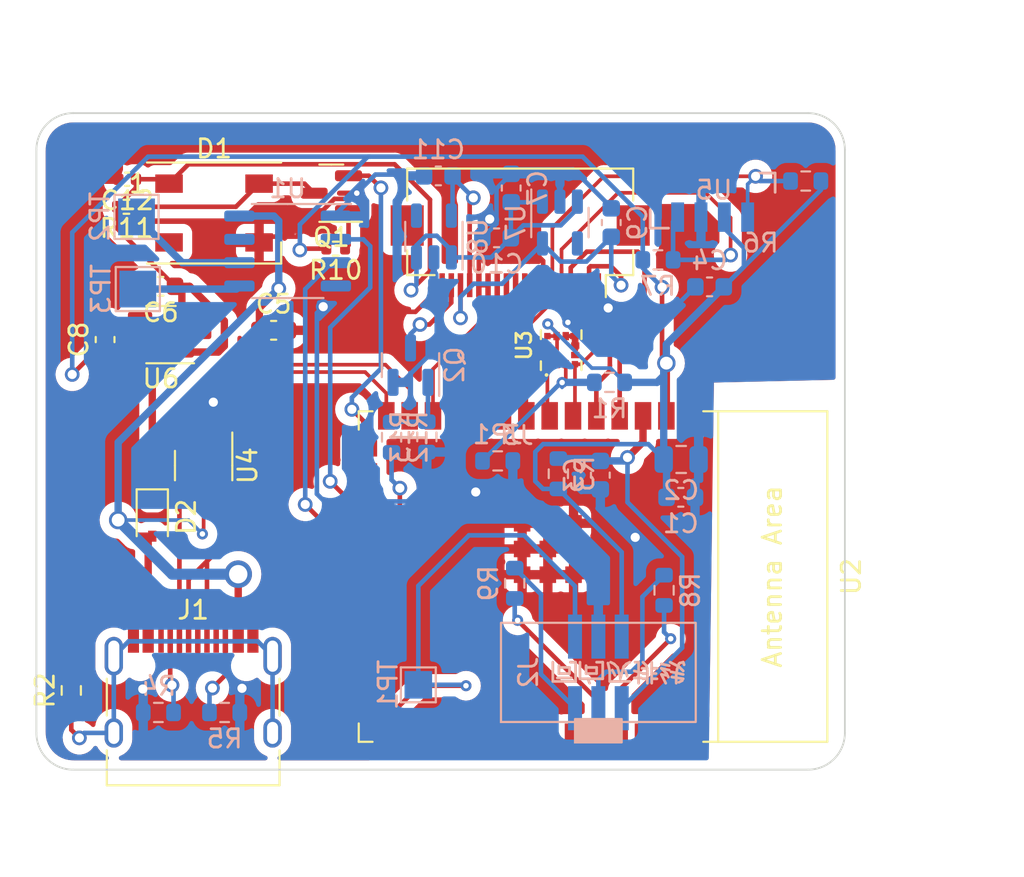
<source format=kicad_pcb>
(kicad_pcb (version 20211014) (generator pcbnew)
  (layers (0 "F.Cu" signal) (31 "B.Cu" signal) (34 "B.Paste" user) (35 "F.Paste" user) (36 "B.SilkS" user "B.Silkscreen") (37 "F.SilkS" user "F.Silkscreen") (38 "B.Mask" user) (39 "F.Mask" user) (44 "Edge.Cuts" user))
  (net 0 "")
  (net 1 "Net-(J2-Pad3)")
  (net 2 "Net-(J2-Pad5)")
  (net 3 "/BOOT")
  (net 5 "Net-(TP2-Pad1)")
  (net 6 "Net-(TP3-Pad1)")
  (net 8 "/U0TX")
  (net 9 "+5V")
  (net 10 "VBUS")
  (net 11 "/EN")
  (net 12 "/LCD_DC")
  (net 13 "/LCD_CS")
  (net 14 "/LCD_SDA")
  (net 15 "/LCD_CLK")
  (net 16 "/D-")
  (net 17 "Net-(D1-Pad4)")
  (net 18 "Net-(Q1-Pad1)")
  (net 19 "/D+")
  (net 20 "/LCD_RESET")
  (net 25 "/RGB_Data")
  (net 28 "/U0RX")
  (net 37 "/KT148A_Busy")
  (net 38 "/KT148A_Data")
  (net 39 "Net-(Q2-Pad1)")
  (net 41 "/BLK")
  (net 42 "GND")
  (net 43 "Net-(JP1-Pad2)")
  (net 44 "+3V3")
  (net 45 "/I2C_SCL")
  (net 46 "/I2C_SDA")
  (net 49 "Net-(J1-PadA5)")
  (net 51 "Net-(J1-PadB5)")
  (net 53 "Net-(J1-PadS1)")
  (net 54 "/LEDK")
  (net 55 "+3V0")
  (net 56 "+1V8")
  (net 57 "/TOUCH_TRST")
  (net 58 "/TOUCH_TINT")
  (footprint "Diode_SMD:D_SOD-323" (layer "F.Cu") (at 178.308 141.986 -90)
    (fp_text reference "D2")
    (fp_text value "D")
  )
  (footprint "Espressif:ESP32-S3-WROOM-1" (layer "F.Cu") (at 199.294 145.234 -90)
    (fp_text reference "U2")
    (fp_text value "ESP32-S3-WROOM-1")
  )
  (footprint "Resistor_SMD:R_0402_1005Metric" (layer "F.Cu") (at 176.9 125.1 180)
    (fp_text reference "R11")
    (fp_text value "10k")
  )
  (footprint "Connector_FFC-FPC:Hirose_FH12-18S-0.5SH_1x18-1MP_P0.50mm_Horizontal" (layer "F.Cu") (at 198.33 127.52 180)
    (fp_text reference "J3")
    (fp_text value "Conn_01x18")
  )
  (footprint "Capacitor_SMD:C_0603_1608Metric" (layer "F.Cu") (at 175.74 132.33 90)
    (fp_text reference "C8")
    (fp_text value "1uf")
  )
  (footprint "LED_SMD:LED_WS2812B_PLCC4_5.0x5.0mm_P3.2mm" (layer "F.Cu") (at 181.67 125.44)
    (fp_text reference "D1")
    (fp_text value "WS2812B")
  )
  (footprint "Package_TO_SOT_SMD:SOT-23-6" (layer "F.Cu") (at 181.102 139.192 -90)
    (fp_text reference "U4")
    (fp_text value "USBLC6-2SC6")
  )
  (footprint "Package_TO_SOT_SMD:SOT-23-5" (layer "F.Cu") (at 178.78 132.06 180)
    (fp_text reference "U6")
    (fp_text value "XC6209")
  )
  (footprint "Package_TO_SOT_SMD:SOT-23" (layer "F.Cu") (at 188.05 124.36 180)
    (fp_text reference "Q1")
    (fp_text value "MMBT3904")
  )
  (footprint "Capacitor_SMD:C_0603_1608Metric" (layer "F.Cu") (at 184.912 131.826)
    (fp_text reference "C5")
    (fp_text value "100nf")
  )
  (footprint "Capacitor_SMD:C_0603_1608Metric" (layer "F.Cu") (at 178.77 129.43 180)
    (fp_text reference "C6")
    (fp_text value "1uf")
  )
  (footprint "LIS2DH12TR:PQFN50P200X200100-12N" (layer "F.Cu") (at 200.56 132.9075 90)
    (fp_text reference "U3")
    (fp_text value "LIS2DH12TR")
  )
  (footprint "Resistor_SMD:R_0402_1005Metric" (layer "F.Cu") (at 188.29 127.38 180)
    (fp_text reference "R10")
    (fp_text value "1.5k")
  )
  (footprint "Connector_USB:USB_C_Receptacle_HRO_TYPE-C-31-M-12" (layer "F.Cu") (at 180.534 152.7)
    (fp_text reference "J1")
    (fp_text value "USB_C_Receptacle_USB2.0")
  )
  (footprint "Resistor_SMD:R_0603_1608Metric" (layer "F.Cu") (at 173.9 151.436 90)
    (fp_text reference "R2")
    (fp_text value "0")
  )
  (footprint "Capacitor_SMD:C_0402_1005Metric" (layer "F.Cu") (at 176.94 123.6 180)
    (fp_text reference "C12")
    (fp_text value "0.1uF")
  )
  (footprint "TestPoint:TestPoint_Pad_2.0x2.0mm" (layer "B.Cu") (at 177.45 125.65 -90)
    (fp_text reference "TP2")
    (fp_text value "TestPoint")
  )
  (footprint "Resistor_SMD:R_0603_1608Metric" (layer "B.Cu") (at 198.032 145.601 -90)
    (fp_text reference "R9")
    (fp_text value "0")
  )
  (footprint "Package_TO_SOT_SMD:SOT-23-5" (layer "B.Cu") (at 200.491738 125.958 -90)
    (fp_text reference "U7")
    (fp_text value "XC6209")
  )
  (footprint "Resistor_SMD:R_0603_1608Metric" (layer "B.Cu") (at 203.19 134.66)
    (fp_text reference "R1")
    (fp_text value "100k")
  )
  (footprint "Resistor_SMD:R_0603_1608Metric" (layer "B.Cu") (at 213.868 123.698 180)
    (fp_text reference "R6")
    (fp_text value "3.3k")
  )
  (footprint "Resistor_SMD:R_0603_1608Metric" (layer "B.Cu") (at 200.406 139.637 90)
    (fp_text reference "R3")
    (fp_text value "10k")
  )
  (footprint "Resistor_SMD:R_0603_1608Metric" (layer "B.Cu") (at 193.25 137.63 -90)
    (fp_text reference "R13")
    (fp_text value "1M")
  )
  (footprint "Resistor_SMD:R_0603_1608Metric" (layer "B.Cu") (at 178.64 152.636 180)
    (fp_text reference "R4")
    (fp_text value "5.1k")
  )
  (footprint "Capacitor_SMD:C_0603_1608Metric" (layer "B.Cu") (at 197.045 126.79)
    (fp_text reference "C10")
    (fp_text value "1uf")
  )
  (footprint "Resistor_SMD:R_0603_1608Metric" (layer "B.Cu") (at 205.825738 127.99)
    (fp_text reference "R7")
    (fp_text value "3.3k")
  )
  (footprint "TestPoint:TestPoint_Pad_1.5x1.5mm" (layer "B.Cu") (at 192.786 151.13 -90)
    (fp_text reference "TP1")
    (fp_text value "TestPoint")
  )
  (footprint "Package_TO_SOT_SMD:SOT-23-5" (layer "B.Cu") (at 193.633738 126.72 90)
    (fp_text reference "U8")
    (fp_text value "LP5907MFX-1.8")
  )
  (footprint "Package_TO_SOT_SMD:SOT-23" (layer "B.Cu") (at 192.36 133.721762 90)
    (fp_text reference "Q2")
    (fp_text value "2N7002")
  )
  (footprint "Package_SO:SOP-8_3.9x4.9mm_P1.27mm" (layer "B.Cu") (at 185.674 127.508 180)
    (fp_text reference "U1")
    (fp_text value "KT148A")
  )
  (footprint "Resistor_SMD:R_0603_1608Metric" (layer "B.Cu") (at 206.16 145.983 90)
    (fp_text reference "R8")
    (fp_text value "0")
  )
  (footprint "KisonNew:IDC_1.27mm_6P" (layer "B.Cu") (at 202.584 150.454)
    (fp_text reference "J2")
    (fp_text value "ESPProgUART_RX")
  )
  (footprint "Resistor_SMD:R_0603_1608Metric" (layer "B.Cu") (at 191.33 137.65 90)
    (fp_text reference "R12")
    (fp_text value "10k")
  )
  (footprint "KisonNew:VEML7700" (layer "B.Cu") (at 208.873738 124.688 180)
    (fp_text reference "U5")
    (fp_text value "VEML7700")
  )
  (footprint "Capacitor_SMD:C_0805_2012Metric" (layer "B.Cu") (at 207.09 138.86)
    (fp_text reference "C2")
    (fp_text value "10uf")
  )
  (footprint "Capacitor_SMD:C_0603_1608Metric" (layer "B.Cu") (at 193.874738 123.418 180)
    (fp_text reference "C11")
    (fp_text value "1uf")
  )
  (footprint "Capacitor_SMD:C_0603_1608Metric" (layer "B.Cu") (at 207.07 140.92)
    (fp_text reference "C1")
    (fp_text value "100nf")
  )
  (footprint "Capacitor_SMD:C_0603_1608Metric" (layer "B.Cu") (at 202.692 139.713 -90)
    (fp_text reference "C3")
    (fp_text value "1uf")
  )
  (footprint "Capacitor_SMD:C_0603_1608Metric" (layer "B.Cu") (at 203.285738 125.958 90)
    (fp_text reference "C9")
    (fp_text value "1uf")
  )
  (footprint "Capacitor_SMD:C_0603_1608Metric" (layer "B.Cu") (at 208.635 129.46 180)
    (fp_text reference "C4")
    (fp_text value "0.1uF")
  )
  (footprint "TestPoint:TestPoint_Pad_2.0x2.0mm" (layer "B.Cu") (at 177.52 129.58 -90)
    (fp_text reference "TP3")
    (fp_text value "TestPoint")
  )
  (footprint "Resistor_SMD:R_0603_1608Metric" (layer "B.Cu") (at 197.104 138.938 180)
    (fp_text reference "JP1")
    (fp_text value "Jumper")
  )
  (footprint "Capacitor_SMD:C_0603_1608Metric" (layer "B.Cu") (at 197.84 124.08 90)
    (fp_text reference "C7")
    (fp_text value "1uf")
  )
  (footprint "Resistor_SMD:R_0603_1608Metric" (layer "B.Cu") (at 182.245 152.636)
    (fp_text reference "R5")
    (fp_text value "5.1k")
  )
  (gr_arc (start 174 155.750001) (mid 172.585786 155.164215) (end 172 153.750001) (layer "Edge.Cuts") (width 0.1))
  (gr_arc (start 214 119.999999) (mid 215.414214 120.585785) (end 216 121.999999) (layer "Edge.Cuts") (width 0.1))
  (gr_line (start 174 120) (end 214 119.999999) (layer "Edge.Cuts") (width 0.1))
  (gr_line (start 172 122) (end 172 153.750001) (layer "Edge.Cuts") (width 0.1))
  (gr_arc (start 172 122) (mid 172.585786 120.585786) (end 174 120) (layer "Edge.Cuts") (width 0.1))
  (gr_arc (start 216 153.75) (mid 215.414214 155.164214) (end 214 155.75) (layer "Edge.Cuts") (width 0.1))
  (gr_line (start 216 121.999999) (end 216 153.75) (layer "Edge.Cuts") (width 0.1))
  (gr_line (start 174 155.750001) (end 214 155.75) (layer "Edge.Cuts") (width 0.1))
  (segment (start 204.98 146.338) (end 204.98 149.83) (width 0.25) (layer "B.Cu") (net 1))
  (segment (start 204.39 150.42) (end 203.01 150.42) (width 0.25) (layer "B.Cu") (net 1))
  (segment (start 204.98 149.83) (end 204.39 150.42) (width 0.25) (layer "B.Cu") (net 1))
  (segment (start 206.16 145.158) (end 204.98 146.338) (width 0.25) (layer "B.Cu") (net 1))
  (segment (start 202.584 150.846) (end 202.584 152.404) (width 0.25) (layer "B.Cu") (net 1))
  (segment (start 203.01 150.42) (end 202.584 150.846) (width 0.25) (layer "B.Cu") (net 1))
  (segment (start 199.46 146.204) (end 199.46 150.55) (width 0.25) (layer "B.Cu") (net 2))
  (segment (start 199.46 150.55) (end 201.314 152.404) (width 0.25) (layer "B.Cu") (net 2))
  (segment (start 198.032 144.776) (end 199.46 146.204) (width 0.25) (layer "B.Cu") (net 2))
  (segment (start 192.848 151.18) (end 195.38 151.18) (width 0.25) (layer "F.Cu") (net 3))
  (segment (start 191.044 153.984) (end 191.044 152.984) (width 0.25) (layer "F.Cu") (net 3))
  (segment (start 195.38 151.18) (end 195.55 151.18) (width 0.25) (layer "F.Cu") (net 3))
  (segment (start 191.044 152.984) (end 192.848 151.18) (width 0.25) (layer "F.Cu") (net 3))
  (via (at 195.38 151.18) (size 0.6) (drill 0.3) (layers "F.Cu" "B.Cu") (net 3))
  (segment (start 201.314 148.504) (end 201.314 145.764) (width 0.25) (layer "B.Cu") (net 3))
  (segment (start 192.786 151.13) (end 195.33 151.13) (width 0.25) (layer "B.Cu") (net 3))
  (segment (start 198.54 142.99) (end 195.54 142.99) (width 0.25) (layer "B.Cu") (net 3))
  (segment (start 195.54 142.99) (end 192.786 145.744) (width 0.25) (layer "B.Cu") (net 3))
  (segment (start 195.33 151.13) (end 195.38 151.18) (width 0.25) (layer "B.Cu") (net 3))
  (segment (start 192.786 145.744) (end 192.786 151.13) (width 0.25) (layer "B.Cu") (net 3))
  (segment (start 201.314 145.764) (end 198.54 142.99) (width 0.25) (layer "B.Cu") (net 3))
  (segment (start 183.049 128.143) (end 179.943 128.143) (width 0.4) (layer "B.Cu") (net 5))
  (segment (start 179.943 128.143) (end 177.45 125.65) (width 0.4) (layer "B.Cu") (net 5))
  (segment (start 183.049 129.413) (end 182.882 129.58) (width 0.4) (layer "B.Cu") (net 6))
  (segment (start 182.882 129.58) (end 177.52 129.58) (width 0.4) (layer "B.Cu") (net 6))
  (segment (start 203.744 151.396) (end 206.52 148.62) (width 0.25) (layer "F.Cu") (net 8))
  (segment (start 203.744 153.984) (end 203.744 151.396) (width 0.25) (layer "F.Cu") (net 8))
  (via (at 206.52 148.62) (size 0.6) (drill 0.3) (layers "F.Cu" "B.Cu") (net 8))
  (segment (start 206.16 148.26) (end 206.52 148.62) (width 0.25) (layer "B.Cu") (net 8))
  (segment (start 206.16 146.808) (end 206.16 148.26) (width 0.25) (layer "B.Cu") (net 8))
  (segment (start 193.42 124.71) (end 193.42 128.61) (width 0.25) (layer "F.Cu") (net 9))
  (segment (start 191.495 122.785) (end 193.42 124.71) (width 0.25) (layer "F.Cu") (net 9))
  (segment (start 176.39 125.1) (end 177.42 124.07) (width 0.25) (layer "F.Cu") (net 9))
  (segment (start 179.9175 133.01) (end 181.9 133.01) (width 0.4) (layer "F.Cu") (net 9))
  (segment (start 180.275 122.785) (end 191.495 122.785) (width 0.25) (layer "F.Cu") (net 9))
  (segment (start 179.22 123.84) (end 180.275 122.785) (width 0.25) (layer "F.Cu") (net 9))
  (segment (start 178.98 123.6) (end 179.22 123.84) (width 0.25) (layer "F.Cu") (net 9))
  (segment (start 181.9 133.01) (end 182.23 132.68) (width 0.4) (layer "F.Cu") (net 9))
  (segment (start 178.308 134.6195) (end 179.9175 133.01) (width 0.4) (layer "F.Cu") (net 9))
  (segment (start 179.545 129.43) (end 176.39 126.275) (width 0.25) (layer "F.Cu") (net 9))
  (segment (start 182.23 131.32) (end 180.34 129.43) (width 0.4) (layer "F.Cu") (net 9))
  (segment (start 177.42 124.07) (end 177.42 123.6) (width 0.25) (layer "F.Cu") (net 9))
  (segment (start 178.308 140.936) (end 178.308 134.6195) (width 0.4) (layer "F.Cu") (net 9))
  (segment (start 193.42 128.61) (end 192.39 129.64) (width 0.25) (layer "F.Cu") (net 9))
  (segment (start 179.9175 129.8025) (end 179.545 129.43) (width 0.4) (layer "F.Cu") (net 9))
  (segment (start 177.42 123.6) (end 178.98 123.6) (width 0.25) (layer "F.Cu") (net 9))
  (segment (start 179.9175 131.11) (end 179.9175 129.8025) (width 0.4) (layer "F.Cu") (net 9))
  (segment (start 182.23 132.68) (end 182.23 131.32) (width 0.4) (layer "F.Cu") (net 9))
  (segment (start 176.39 126.275) (end 176.39 125.1) (width 0.25) (layer "F.Cu") (net 9))
  (segment (start 180.34 129.43) (end 179.545 129.43) (width 0.4) (layer "F.Cu") (net 9))
  (via (at 192.39 129.64) (size 0.8) (drill 0.5) (layers "F.Cu" "B.Cu") (net 9))
  (segment (start 199.507238 124.855) (end 199.541738 124.8205) (width 0.25) (layer "B.Cu") (net 9))
  (segment (start 197.82 126.79) (end 197.82 124.875) (width 0.25) (layer "B.Cu") (net 9))
  (segment (start 196.7525 127.8575) (end 194.583738 127.8575) (width 0.25) (layer "B.Cu") (net 9))
  (segment (start 200.538489 126.108) (end 198.502 126.108) (width 0.25) (layer "B.Cu") (net 9))
  (segment (start 201.441738 124.8205) (end 201.441738 125.204751) (width 0.25) (layer "B.Cu") (net 9))
  (segment (start 197.84 124.855) (end 199.507238 124.855) (width 0.25) (layer "B.Cu") (net 9))
  (segment (start 192.683738 127.206262) (end 192.683738 127.8575) (width 0.25) (layer "B.Cu") (net 9))
  (segment (start 197.82 126.79) (end 196.7525 127.8575) (width 0.25) (layer "B.Cu") (net 9))
  (segment (start 194.583738 127.473249) (end 193.790489 126.68) (width 0.25) (layer "B.Cu") (net 9))
  (segment (start 197.82 124.875) (end 197.84 124.855) (width 0.25) (layer "B.Cu") (net 9))
  (segment (start 198.502 126.108) (end 197.82 126.79) (width 0.25) (layer "B.Cu") (net 9))
  (segment (start 192.683738 127.8575) (end 192.683738 129.346262) (width 0.25) (layer "B.Cu") (net 9))
  (segment (start 192.683738 129.346262) (end 192.39 129.64) (width 0.25) (layer "B.Cu") (net 9))
  (segment (start 193.21 126.68) (end 192.683738 127.206262) (width 0.25) (layer "B.Cu") (net 9))
  (segment (start 194.583738 127.8575) (end 194.583738 127.473249) (width 0.25) (layer "B.Cu") (net 9))
  (segment (start 201.441738 125.204751) (end 200.538489 126.108) (width 0.25) (layer "B.Cu") (net 9))
  (segment (start 193.790489 126.68) (end 193.21 126.68) (width 0.25) (layer "B.Cu") (net 9))
  (segment (start 178.31 143.038) (end 178.308 143.036) (width 0.4) (layer "F.Cu") (net 10))
  (segment (start 178.084 143.26) (end 178.308 143.036) (width 0.4) (layer "F.Cu") (net 10))
  (segment (start 178.084 148.655) (end 178.084 143.26) (width 0.4) (layer "F.Cu") (net 10))
  (segment (start 184.137 131.826) (end 184.137 130.603) (width 0.4) (layer "F.Cu") (net 10))
  (segment (start 178.308 143.036) (end 177.326 143.036) (width 0.4) (layer "F.Cu") (net 10))
  (segment (start 181.102 142.848) (end 181.035 142.915) (width 0.2) (layer "F.Cu") (net 10))
  (segment (start 181.035 142.915) (end 180.98 142.97) (width 0.2) (layer "F.Cu") (net 10))
  (segment (start 184.137 130.603) (end 185.19 129.55) (width 0.4) (layer "F.Cu") (net 10))
  (segment (start 181.102 140.3295) (end 181.102 142.848) (width 0.2) (layer "F.Cu") (net 10))
  (segment (start 177.326 143.036) (end 176.45 142.16) (width 0.4) (layer "F.Cu") (net 10))
  (segment (start 182.984 148.655) (end 182.984 145.106) (width 0.4) (layer "F.Cu") (net 10))
  (via (at 185.19 129.55) (size 0.8) (drill 0.5) (layers "F.Cu" "B.Cu") (net 10))
  (via (at 182.984 145.106) (size 1.5) (drill 1) (layers "F.Cu" "B.Cu") (net 10))
  (via (at 181.035 142.915) (size 0.6) (drill 0.3) (layers "F.Cu" "B.Cu") (net 10))
  (via (at 176.45 142.16) (size 1) (drill 0.7) (layers "F.Cu" "B.Cu") (net 10))
  (segment (start 176.45 137.93) (end 176.45 142.16) (width 0.4) (layer "B.Cu") (net 10))
  (segment (start 185.19 129.55) (end 185.19 125.87) (width 0.4) (layer "B.Cu") (net 10))
  (segment (start 180.28 142.16) (end 176.45 142.16) (width 0.2) (layer "B.Cu") (net 10))
  (segment (start 181.035 142.915) (end 180.28 142.16) (width 0.2) (layer "B.Cu") (net 10))
  (segment (start 184.09 130.29) (end 176.45 137.93) (width 0.4) (layer "B.Cu") (net 10))
  (segment (start 184.45 130.29) (end 184.09 130.29) (width 0.4) (layer "B.Cu") (net 10))
  (segment (start 184.923 125.603) (end 183.049 125.603) (width 0.4) (layer "B.Cu") (net 10))
  (segment (start 185.19 125.87) (end 184.923 125.603) (width 0.4) (layer "B.Cu") (net 10))
  (segment (start 179.396 145.106) (end 182.984 145.106) (width 0.6) (layer "B.Cu") (net 10))
  (segment (start 176.45 142.16) (end 179.396 145.106) (width 0.6) (layer "B.Cu") (net 10))
  (segment (start 185.19 129.55) (end 184.45 130.29) (width 0.4) (layer "B.Cu") (net 10))
  (segment (start 205.014 137.906) (end 204.17 138.75) (width 0.4) (layer "F.Cu") (net 11))
  (segment (start 205.014 136.484) (end 205.014 137.906) (width 0.4) (layer "F.Cu") (net 11))
  (via (at 204.17 138.75) (size 0.8) (drill 0.5) (layers "F.Cu" "B.Cu") (net 11))
  (segment (start 204.17 141.19) (end 204.17 138.75) (width 0.25) (layer "B.Cu") (net 11))
  (segment (start 202.566 138.812) (end 202.692 138.938) (width 0.4) (layer "B.Cu") (net 11))
  (segment (start 207.145 144.165) (end 204.17 141.19) (width 0.25) (layer "B.Cu") (net 11))
  (segment (start 203.982 138.938) (end 204.17 138.75) (width 0.4) (layer "B.Cu") (net 11))
  (segment (start 203.854 152.404) (end 207.145 149.113) (width 0.25) (layer "B.Cu") (net 11))
  (segment (start 207.145 149.113) (end 207.145 144.165) (width 0.25) (layer "B.Cu") (net 11))
  (segment (start 200.406 138.812) (end 202.566 138.812) (width 0.4) (layer "B.Cu") (net 11))
  (segment (start 202.692 138.938) (end 203.982 138.938) (width 0.4) (layer "B.Cu") (net 11))
  (segment (start 197.08 129.37) (end 197.08 130.441573) (width 0.2) (layer "F.Cu") (net 12))
  (segment (start 193.584 133.937573) (end 193.584 136.484) (width 0.2) (layer "F.Cu") (net 12))
  (segment (start 197.08 130.441573) (end 193.584 133.937573) (width 0.2) (layer "F.Cu") (net 12))
  (segment (start 194.854 133.233258) (end 197.183629 130.903629) (width 0.2) (layer "F.Cu") (net 13))
  (segment (start 197.58 129.37) (end 197.58 130.507258) (width 0.2) (layer "F.Cu") (net 13))
  (segment (start 197.183629 130.903629) (end 197.09 130.997259) (width 0.2) (layer "F.Cu") (net 13))
  (segment (start 194.854 136.484) (end 194.854 133.233258) (width 0.2) (layer "F.Cu") (net 13))
  (segment (start 197.58 130.507258) (end 197.183629 130.903629) (width 0.2) (layer "F.Cu") (net 13))
  (segment (start 197.89 133.36) (end 197.394 133.856) (width 0.2) (layer "F.Cu") (net 14))
  (segment (start 198.58 130.638628) (end 197.89 131.328629) (width 0.2) (layer "F.Cu") (net 14))
  (segment (start 198.58 129.37) (end 198.58 130.638628) (width 0.2) (layer "F.Cu") (net 14))
  (segment (start 197.89 131.328629) (end 197.89 133.36) (width 0.2) (layer "F.Cu") (net 14))
  (segment (start 197.394 133.856) (end 197.394 136.484) (width 0.2) (layer "F.Cu") (net 14))
  (segment (start 198.08 130.572942) (end 197.49 131.162944) (width 0.2) (layer "F.Cu") (net 15))
  (segment (start 197.49 133.19) (end 196.124 134.556) (width 0.2) (layer "F.Cu") (net 15))
  (segment (start 197.49 131.162944) (end 197.49 133.19) (width 0.2) (layer "F.Cu") (net 15))
  (segment (start 198.08 129.37) (end 198.08 130.572942) (width 0.2) (layer "F.Cu") (net 15))
  (segment (start 196.124 134.556) (end 196.124 136.484) (width 0.2) (layer "F.Cu") (net 15))
  (segment (start 180.152 136.038) (end 182.49 133.7) (width 0.2) (layer "F.Cu") (net 16))
  (segment (start 182.49 133.7) (end 191 133.7) (width 0.2) (layer "F.Cu") (net 16))
  (segment (start 180.152 138.0545) (end 180.152 136.038) (width 0.2) (layer "F.Cu") (net 16))
  (segment (start 179.784 148.655) (end 179.784 149.71) (width 0.25) (layer "F.Cu") (net 16))
  (segment (start 179.784 148.655) (end 179.784 140.6975) (width 0.25) (layer "F.Cu") (net 16))
  (segment (start 179.784 140.6975) (end 180.152 140.3295) (width 0.25) (layer "F.Cu") (net 16))
  (segment (start 192.314 135.014) (end 192.314 136.484) (width 0.2) (layer "F.Cu") (net 16))
  (segment (start 180.784 149.67) (end 180.398 150.056) (width 0.25) (layer "F.Cu") (net 16))
  (segment (start 191 133.7) (end 192.314 135.014) (width 0.2) (layer "F.Cu") (net 16))
  (segment (start 180.398 150.056) (end 180.13 150.056) (width 0.25) (layer "F.Cu") (net 16))
  (segment (start 180.152 140.3295) (end 180.152 138.0545) (width 0.25) (layer "F.Cu") (net 16))
  (segment (start 179.784 149.71) (end 180.13 150.056) (width 0.25) (layer "F.Cu") (net 16))
  (segment (start 180.784 148.655) (end 180.784 149.67) (width 0.25) (layer "F.Cu") (net 16))
  (segment (start 184.12 123.84) (end 182.86 125.1) (width 0.25) (layer "F.Cu") (net 17))
  (segment (start 184.12 123.84) (end 186.5925 123.84) (width 0.25) (layer "F.Cu") (net 17))
  (segment (start 186.5925 123.84) (end 187.1125 124.36) (width 0.25) (layer "F.Cu") (net 17))
  (segment (start 182.86 125.1) (end 177.41 125.1) (width 0.25) (layer "F.Cu") (net 17))
  (segment (start 188.9875 125.31) (end 188.9875 127.1925) (width 0.25) (layer "F.Cu") (net 18))
  (segment (start 188.9875 127.1925) (end 188.8 127.38) (width 0.25) (layer "F.Cu") (net 18))
  (segment (start 184.34 134.1) (end 182.052 136.388) (width 0.2) (layer "F.Cu") (net 19))
  (segment (start 181.284 144.396) (end 182.052 143.628) (width 0.25) (layer "F.Cu") (net 19))
  (segment (start 180.284 145.396) (end 181.285 144.395) (width 0.25) (layer "F.Cu") (net 19))
  (segment (start 181.284 148.655) (end 181.284 144.396) (width 0.25) (layer "F.Cu") (net 19))
  (segment (start 189.89 134.1) (end 184.34 134.1) (width 0.2) (layer "F.Cu") (net 19))
  (segment (start 191.044 135.254) (end 189.89 134.1) (width 0.2) (layer "F.Cu") (net 19))
  (segment (start 180.284 148.655) (end 180.284 145.396) (width 0.25) (layer "F.Cu") (net 19))
  (segment (start 181.285 144.395) (end 181.51 144.17) (width 0.25) (layer "F.Cu") (net 19))
  (segment (start 191.044 136.484) (end 191.044 135.254) (width 0.2) (layer "F.Cu") (net 19))
  (segment (start 182.052 138.0545) (end 182.052 140.3295) (width 0.2) (layer "F.Cu") (net 19))
  (segment (start 182.052 141.298) (end 182.052 140.3295) (width 0.25) (layer "F.Cu") (net 19))
  (segment (start 181.285 144.395) (end 182.052 143.628) (width 0.25) (layer "F.Cu") (net 19))
  (segment (start 182.052 143.628) (end 182.052 140.3295) (width 0.25) (layer "F.Cu") (net 19))
  (segment (start 182.052 136.388) (end 182.052 138.0545) (width 0.2) (layer "F.Cu") (net 19))
  (segment (start 199.08 130.704314) (end 198.29 131.494314) (width 0.2) (layer "F.Cu") (net 20))
  (segment (start 199.08 129.37) (end 199.08 130.704314) (width 0.2) (layer "F.Cu") (net 20))
  (segment (start 198.29 131.494314) (end 198.29 133.325686) (width 0.2) (layer "F.Cu") (net 20))
  (segment (start 198.664 133.746) (end 198.687157 133.722843) (width 0.2) (layer "F.Cu") (net 20))
  (segment (start 198.664 136.484) (end 198.664 133.746) (width 0.2) (layer "F.Cu") (net 20))
  (segment (start 198.29 133.325686) (end 198.687157 133.722843) (width 0.2) (layer "F.Cu") (net 20))
  (segment (start 188.9875 123.41) (end 190.09 123.41) (width 0.25) (layer "F.Cu") (net 25))
  (segment (start 189.794 138.249) (end 189.794 136.754) (width 0.25) (layer "F.Cu") (net 25))
  (segment (start 190.09 123.41) (end 190.75 124.07) (width 0.25) (layer "F.Cu") (net 25))
  (segment (start 189.794 136.754) (end 189.17 136.13) (width 0.25) (layer "F.Cu") (net 25))
  (via (at 190.75 124.07) (size 0.8) (drill 0.5) (layers "F.Cu" "B.Cu") (net 25))
  (via (at 189.17 136.13) (size 0.8) (drill 0.5) (layers "F.Cu" "B.Cu") (net 25))
  (segment (start 190.75 133.910011) (end 190.75 124.07) (width 0.25) (layer "B.Cu") (net 25))
  (segment (start 189.17 136.13) (end 189.17 135.490011) (width 0.25) (layer "B.Cu") (net 25))
  (segment (start 189.17 135.490011) (end 190.75 133.910011) (width 0.25) (layer "B.Cu") (net 25))
  (segment (start 202.474 153.984) (end 202.474 151.904) (width 0.25) (layer "F.Cu") (net 28))
  (segment (start 202.474 151.904) (end 198.19 147.62) (width 0.25) (layer "F.Cu") (net 28))
  (segment (start 198.19 147.62) (end 198.15 147.58) (width 0.25) (layer "F.Cu") (net 28))
  (via (at 198.19 147.62) (size 0.6) (drill 0.3) (layers "F.Cu" "B.Cu") (net 28))
  (segment (start 198.032 146.426) (end 198.032 147.462) (width 0.25) (layer "B.Cu") (net 28))
  (segment (start 198.032 147.462) (end 198.19 147.62) (width 0.25) (layer "B.Cu") (net 28))
  (segment (start 188.729 140.789) (end 187.99 140.05) (width 0.25) (layer "F.Cu") (net 37))
  (segment (start 189.794 140.789) (end 188.729 140.789) (width 0.25) (layer "F.Cu") (net 37))
  (via (at 187.99 140.05) (size 0.8) (drill 0.5) (layers "F.Cu" "B.Cu") (net 37))
  (segment (start 187.99 140.05) (end 187.99 131.67) (width 0.25) (layer "B.Cu") (net 37))
  (segment (start 189.793 126.873) (end 188.299 126.873) (width 0.25) (layer "B.Cu") (net 37))
  (segment (start 190.17 127.25) (end 189.793 126.873) (width 0.25) (layer "B.Cu") (net 37))
  (segment (start 187.99 131.67) (end 190.17 129.49) (width 0.25) (layer "B.Cu") (net 37))
  (segment (start 190.17 129.49) (end 190.17 127.25) (width 0.25) (layer "B.Cu") (net 37))
  (segment (start 187.379 142.059) (end 186.63 141.31) (width 0.25) (layer "F.Cu") (net 38))
  (segment (start 189.794 142.059) (end 187.379 142.059) (width 0.25) (layer "F.Cu") (net 38))
  (via (at 186.63 141.31) (size 0.8) (drill 0.5) (layers "F.Cu" "B.Cu") (net 38))
  (segment (start 188.072249 128.143) (end 186.63 129.585249) (width 0.25) (layer "B.Cu") (net 38))
  (segment (start 186.63 129.585249) (end 186.63 141.31) (width 0.25) (layer "B.Cu") (net 38))
  (segment (start 188.299 128.143) (end 188.072249 128.143) (width 0.25) (layer "B.Cu") (net 38))
  (segment (start 191.35 136.805) (end 191.33 136.825) (width 0.25) (layer "B.Cu") (net 39))
  (segment (start 193.25 136.805) (end 191.35 136.805) (width 0.25) (layer "B.Cu") (net 39))
  (segment (start 193.31 136.745) (end 193.25 136.805) (width 0.25) (layer "B.Cu") (net 39))
  (segment (start 193.31 134.659262) (end 193.31 136.745) (width 0.25) (layer "B.Cu") (net 39))
  (segment (start 189.794 143.329) (end 191.121 143.329) (width 0.25) (layer "F.Cu") (net 41))
  (segment (start 191.78 142.67) (end 191.78 140.42) (width 0.25) (layer "F.Cu") (net 41))
  (segment (start 191.121 143.329) (end 191.74 142.71) (width 0.25) (layer "F.Cu") (net 41))
  (segment (start 191.74 142.71) (end 191.78 142.67) (width 0.25) (layer "F.Cu") (net 41))
  (via (at 191.78 140.42) (size 0.8) (drill 0.5) (layers "F.Cu" "B.Cu") (net 41))
  (segment (start 191.33 138.475) (end 191.33 139.97) (width 0.25) (layer "B.Cu") (net 41))
  (segment (start 191.33 139.97) (end 191.78 140.42) (width 0.25) (layer "B.Cu") (net 41))
  (segment (start 196.08 126.36) (end 196.67 125.77) (width 0.25) (layer "F.Cu") (net 42))
  (segment (start 199.58 129.37) (end 199.58 128.05) (width 0.25) (layer "F.Cu") (net 42))
  (segment (start 177.284 148.655) (end 177.284 147.644) (width 0.4) (layer "F.Cu") (net 42))
  (segment (start 203.12 130.61) (end 203.15 130.64) (width 0.25) (layer "F.Cu") (net 42))
  (segment (start 181.102 138.0545) (end 181.102 136.268) (width 0.25) (layer "F.Cu") (net 42))
  (segment (start 200.81 132.1425) (end 201.31 132.1425) (width 0.2) (layer "F.Cu") (net 42))
  (segment (start 176.15 146.51) (end 174.95 146.51) (width 0.4) (layer "F.Cu") (net 42))
  (segment (start 196.58 129.37) (end 196.08 129.37) (width 0.25) (layer "F.Cu") (net 42))
  (segment (start 184.12 127.04) (end 184.435 126.725) (width 0.25) (layer "F.Cu") (net 42))
  (segment (start 201.31 132.1425) (end 201.31 132.6425) (width 0.2) (layer "F.Cu") (net 42))
  (segment (start 201.31 132.6425) (end 201.325 132.6575) (width 0.2) (layer "F.Cu") (net 42))
  (segment (start 202.58 129.37) (end 202.58 130.07) (width 0.25) (layer "F.Cu") (net 42))
  (segment (start 196.08 129.37) (end 196.08 126.36) (width 0.25) (layer "F.Cu") (net 42))
  (segment (start 189.95 130.82) (end 189.4 131.37) (width 0.25) (layer "F.Cu") (net 42))
  (segment (start 201.31 132.1425) (end 201.31 131.78) (width 0.2) (layer "F.Cu") (net 42))
  (segment (start 192.63 130.82) (end 189.95 130.82) (width 0.25) (layer "F.Cu") (net 42))
  (segment (start 189.02 124.67) (end 189.26 124.43) (width 0.25) (layer "F.Cu") (net 42))
  (segment (start 186.163249 126.725) (end 188.218249 124.67) (width 0.25) (layer "F.Cu") (net 42))
  (segment (start 181.102 136.268) (end 181.63 135.74) (width 0.25) (layer "F.Cu") (net 42))
  (segment (start 200.925 131.395) (end 200.89 131.36) (width 0.2) (layer "F.Cu") (net 42))
  (segment (start 202.58 130.07) (end 203.12 130.61) (width 0.25) (layer "F.Cu") (net 42))
  (segment (start 201.325 132.6575) (end 201.325 133.1475) (width 0.2) (layer "F.Cu") (net 42))
  (segment (start 176.245 132.06) (end 175.74 131.555) (width 0.4) (layer "F.Cu") (net 42))
  (segment (start 179.9175 132.06) (end 176.245 132.06) (width 0.4) (layer "F.Cu") (net 42))
  (segment (start 199.58 128.05) (end 198.8 127.27) (width 0.25) (layer "F.Cu") (net 42))
  (segment (start 194.08 129.37) (end 192.63 130.82) (width 0.25) (layer "F.Cu") (net 42))
  (segment (start 174.95 146.51) (end 173.9 147.56) (width 0.4) (layer "F.Cu") (net 42))
  (segment (start 188.218249 124.67) (end 189.02 124.67) (width 0.25) (layer "F.Cu") (net 42))
  (segment (start 173.9 147.56) (end 173.9 150.611) (width 0.4) (layer "F.Cu") (net 42))
  (segment (start 183.784 148.655) (end 183.784 147.566) (width 0.25) (layer "F.Cu") (net 42))
  (segment (start 201.31 131.78) (end 200.925 131.395) (width 0.2) (layer "F.Cu") (net 42))
  (segment (start 183.784 148.655) (end 183.784 147.616) (width 0.4) (layer "F.Cu") (net 42))
  (segment (start 183.784 147.616) (end 185.55 145.85) (width 0.4) (layer "F.Cu") (net 42))
  (segment (start 183.784 147.566) (end 185.09 146.26) (width 0.25) (layer "F.Cu") (net 42))
  (segment (start 177.284 147.644) (end 176.15 146.51) (width 0.4) (layer "F.Cu") (net 42))
  (segment (start 184.435 126.725) (end 186.163249 126.725) (width 0.25) (layer "F.Cu") (net 42))
  (via (at 183.19 151.32) (size 0.8) (drill 0.5) (layers "F.Cu" "B.Cu") (net 42))
  (via (at 203.12 130.61) (size 0.8) (drill 0.5) (layers "F.Cu" "B.Cu") (net 42))
  (via (at 204.59 143.1) (size 0.8) (drill 0.5) (layers "F.Cu" "B.Cu") (net 42))
  (via (at 181.63 135.74) (size 0.8) (drill 0.5) (layers "F.Cu" "B.Cu") (net 42))
  (via (at 196.67 125.77) (size 0.8) (drill 0.5) (layers "F.Cu" "B.Cu") (net 42))
  (via (at 187.61 130.54) (size 0.8) (drill 0.5) (layers "F.Cu" "B.Cu") (net 42))
  (via (at 177.79 151.36) (size 0.8) (drill 0.5) (layers "F.Cu" "B.Cu") (net 42))
  (via (at 189.437347 124.357347) (size 0.6) (drill 0.3) (layers "F.Cu" "B.Cu") (net 42))
  (via (at 200.925 131.395) (size 0.6) (drill 0.3) (layers "F.Cu" "B.Cu") (net 42))
  (via (at 195.91 140.63) (size 0.8) (drill 0.5) (layers "F.Cu" "B.Cu") (net 42))
  (segment (start 193.633738 130.403738) (end 193.79 130.56) (width 0.25) (layer "B.Cu") (net 42))
  (segment (start 188.299 125.495695) (end 188.299 125.603) (width 0.25) (layer "B.Cu") (net 42))
  (segment (start 197.84 123.305) (end 197.04 124.105) (width 0.25) (layer "B.Cu") (net 42))
  (segment (start 206.71 130.61) (end 207.86 129.46) (width 0.25) (layer "B.Cu") (net 42))
  (segment (start 192.195 141.145) (end 193.25 140.09) (width 0.25) (layer "B.Cu") (net 42))
  (segment (start 203.285738 125.183) (end 203.285738 125.135738) (width 0.25) (layer "B.Cu") (net 42))
  (segment (start 198.085 123.06) (end 197.84 123.305) (width 0.25) (layer "B.Cu") (net 42))
  (segment (start 193.099738 123.418) (end 193.026738 123.345) (width 0.25) (layer "B.Cu") (net 42))
  (segment (start 203.285738 125.135738) (end 201.21 123.06) (width 0.25) (layer "B.Cu") (net 42))
  (segment (start 197.04 126.02) (end 196.27 126.79) (width 0.25) (layer "B.Cu") (net 42))
  (segment (start 191.894251 134.659262) (end 193.79 132.763513) (width 0.25) (layer "B.Cu") (net 42))
  (segment (start 187.265 140.735) (end 187.675 141.145) (width 0.25) (layer "B.Cu") (net 42))
  (segment (start 190.449695 123.345) (end 189.437347 124.357347) (width 0.25) (layer "B.Cu") (net 42))
  (segment (start 189.437347 124.357347) (end 188.299 125.495695) (width 0.25) (layer "B.Cu") (net 42))
  (segment (start 203.12 130.61) (end 206.71 130.61) (width 0.25) (layer "B.Cu") (net 42))
  (segment (start 187.265 130.885) (end 187.265 140.735) (width 0.25) (layer "B.Cu") (net 42))
  (segment (start 193.633738 127.8575) (end 193.633738 130.403738) (width 0.25) (layer "B.Cu") (net 42))
  (segment (start 201.21 123.06) (end 198.085 123.06) (width 0.25) (layer "B.Cu") (net 42))
  (segment (start 193.25 140.09) (end 193.25 138.455) (width 0.25) (layer "B.Cu") (net 42))
  (segment (start 187.675 141.145) (end 192.195 141.145) (width 0.25) (layer "B.Cu") (net 42))
  (segment (start 193.026738 123.345) (end 190.449695 123.345) (width 0.25) (layer "B.Cu") (net 42))
  (segment (start 193.79 132.763513) (end 193.79 130.56) (width 0.25) (layer "B.Cu") (net 42))
  (segment (start 187.61 130.54) (end 187.265 130.885) (width 0.25) (layer "B.Cu") (net 42))
  (segment (start 197.04 124.105) (end 197.04 126.02) (width 0.25) (layer "B.Cu") (net 42))
  (segment (start 191.41 134.659262) (end 191.894251 134.659262) (width 0.25) (layer "B.Cu") (net 42))
  (segment (start 200.81 134.47) (end 200.61 134.67) (width 0.2) (layer "F.Cu") (net 43))
  (segment (start 200.61 134.67) (end 200.6 134.68) (width 0.2) (layer "F.Cu") (net 43))
  (segment (start 200.81 133.6725) (end 200.81 134.47) (width 0.2) (layer "F.Cu") (net 43))
  (via (at 200.61 134.67) (size 0.6) (drill 0.3) (layers "F.Cu" "B.Cu") (net 43))
  (segment (start 202.365 134.66) (end 200.62 134.66) (width 0.4) (layer "B.Cu") (net 43))
  (segment (start 200.547 134.67) (end 196.279 138.938) (width 0.25) (layer "B.Cu") (net 43))
  (segment (start 200.61 134.935) (end 200.61 134.67) (width 0.2) (layer "B.Cu") (net 43))
  (segment (start 200.62 134.66) (end 200.61 134.67) (width 0.4) (layer "B.Cu") (net 43))
  (segment (start 200.61 134.67) (end 200.547 134.67) (width 0.25) (layer "B.Cu") (net 43))
  (segment (start 177.6425 133.01) (end 175.835 133.01) (width 0.4) (layer "F.Cu") (net 44))
  (segment (start 206.284 136.484) (end 206.284 133.614) (width 0.4) (layer "F.Cu") (net 44))
  (segment (start 206.05 133.38) (end 206.284 133.614) (width 0.25) (layer "F.Cu") (net 44))
  (segment (start 200.335 132.1675) (end 200.31 132.1425) (width 0.2) (layer "F.Cu") (net 44))
  (segment (start 206.05 129.48) (end 206.05 133.38) (width 0.25) (layer "F.Cu") (net 44))
  (segment (start 175.74 133.105) (end 175.075 133.105) (width 0.25) (layer "F.Cu") (net 44))
  (segment (start 200.31 132.1425) (end 200.31 131.96) (width 0.2) (layer "F.Cu") (net 44))
  (segment (start 175.835 133.01) (end 175.74 133.105) (width 0.4) (layer "F.Cu") (net 44))
  (segment (start 200.335 133.6475) (end 200.335 132.1675) (width 0.2) (layer "F.Cu") (net 44))
  (segment (start 175.075 133.105) (end 173.95 134.23) (width 0.25) (layer "F.Cu") (net 44))
  (segment (start 186.41 127.38) (end 186.34 127.45) (width 0.25) (layer "F.Cu") (net 44))
  (segment (start 200.31 132.1425) (end 199.81 132.1425) (width 0.2) (layer "F.Cu") (net 44))
  (segment (start 187.78 127.38) (end 186.41 127.38) (width 0.25) (layer "F.Cu") (net 44))
  (segment (start 199.93 131.58) (end 199.83 131.48) (width 0.2) (layer "F.Cu") (net 44))
  (segment (start 200.31 131.96) (end 199.93 131.58) (width 0.2) (layer "F.Cu") (net 44))
  (segment (start 200.31 133.6725) (end 200.335 133.6475) (width 0.2) (layer "F.Cu") (net 44))
  (via (at 206.284 133.614) (size 1) (drill 0.7) (layers "F.Cu" "B.Cu") (net 44))
  (via (at 173.95 134.23) (size 0.8) (drill 0.5) (layers "F.Cu" "B.Cu") (net 44))
  (via (at 206.05 129.48) (size 0.8) (drill 0.5) (layers "F.Cu" "B.Cu") (net 44))
  (via (at 199.83 131.48) (size 0.6) (drill 0.3) (layers "F.Cu" "B.Cu") (net 44))
  (via (at 186.34 127.45) (size 0.8) (drill 0.5) (layers "F.Cu" "B.Cu") (net 44))
  (segment (start 206.284 132.586) (end 209.41 129.46) (width 0.4) (layer "B.Cu") (net 44))
  (segment (start 199.575 138.025) (end 199.15 138.45) (width 0.25) (layer "B.Cu") (net 44))
  (segment (start 206.14 134.72) (end 206.14 133.758) (width 0.4) (layer "B.Cu") (net 44))
  (segment (start 186.34 126.065249) (end 186.34 127.45) (width 0.25) (layer "B.Cu") (net 44))
  (segment (start 206.14 138.86) (end 206.14 134.72) (width 0.4) (layer "B.Cu") (net 44))
  (segment (start 206.14 134.72) (end 206.14 134.3) (width 0.4) (layer "B.Cu") (net 44))
  (segment (start 206.284 133.614) (end 206.284 132.586) (width 0.4) (layer "B.Cu") (net 44))
  (segment (start 209.41 129.46) (end 214.693 124.177) (width 0.25) (layer "B.Cu") (net 44))
  (segment (start 201.725555 122.37) (end 190.17 122.37) (width 0.25) (layer "B.Cu") (net 44))
  (segment (start 206.14 133.758) (end 206.284 133.614) (width 0.4) (layer "B.Cu") (net 44))
  (segment (start 214.693 124.177) (end 214.693 123.698) (width 0.25) (layer "B.Cu") (net 44))
  (segment (start 199.572 140.462) (end 200.406 140.462) (width 0.25) (layer "B.Cu") (net 44))
  (segment (start 199.15 138.45) (end 199.15 140.04) (width 0.25) (layer "B.Cu") (net 44))
  (segment (start 205.000738 127.99) (end 205.000738 125.645183) (width 0.25) (layer "B.Cu") (net 44))
  (segment (start 203.854 148.504) (end 203.854 143.91) (width 0.25) (layer "B.Cu") (net 44))
  (segment (start 190.035249 122.37) (end 186.34 126.065249) (width 0.25) (layer "B.Cu") (net 44))
  (segment (start 199.83 131.48) (end 202.235 133.885) (width 0.2) (layer "B.Cu") (net 44))
  (segment (start 206.14 138.86) (end 205.305 138.025) (width 0.25) (layer "B.Cu") (net 44))
  (segment (start 206.295 139.015) (end 206.14 138.86) (width 0.4) (layer "B.Cu") (net 44))
  (segment (start 202.235 133.885) (end 203.24 133.885) (width 0.2) (layer "B.Cu") (net 44))
  (segment (start 203.854 143.91) (end 200.406 140.462) (width 0.25) (layer "B.Cu") (net 44))
  (segment (start 206.295 140.92) (end 206.295 139.015) (width 0.4) (layer "B.Cu") (net 44))
  (segment (start 210.505 127.335) (end 209.438738 126.268738) (width 0.25) (layer "B.Cu") (net 44))
  (segment (start 205.000738 127.99) (end 205.000738 128.430738) (width 0.25) (layer "B.Cu") (net 44))
  (segment (start 206.05 129.48) (end 206.07 129.5) (width 0.25) (layer "B.Cu") (net 44))
  (segment (start 190.17 122.37) (end 190.035249 122.37) (width 0.25) (layer "B.Cu") (net 44))
  (segment (start 190.17 122.37) (end 178.08 122.37) (width 0.25) (layer "B.Cu") (net 44))
  (segment (start 178.08 122.37) (end 173.95 126.5) (width 0.25) (layer "B.Cu") (net 44))
  (segment (start 173.95 126.5) (end 173.95 134.23) (width 0.25) (layer "B.Cu") (net 44))
  (segment (start 210.505 128.365) (end 210.505 127.335) (width 0.25) (layer "B.Cu") (net 44))
  (segment (start 205.78 134.66) (end 206.14 134.3) (width 0.4) (layer "B.Cu") (net 44))
  (segment (start 203.24 133.885) (end 204.015 134.66) (width 0.2) (layer "B.Cu") (net 44))
  (segment (start 209.438738 126.268738) (end 209.438738 125.663) (width 0.25) (layer "B.Cu") (net 44))
  (segment (start 199.15 140.04) (end 199.572 140.462) (width 0.25) (layer "B.Cu") (net 44))
  (segment (start 205.000738 125.645183) (end 201.725555 122.37) (width 0.25) (layer "B.Cu") (net 44))
  (segment (start 205.305 138.025) (end 199.575 138.025) (width 0.25) (layer "B.Cu") (net 44))
  (segment (start 204.015 134.66) (end 205.78 134.66) (width 0.4) (layer "B.Cu") (net 44))
  (segment (start 209.41 129.46) (end 210.505 128.365) (width 0.25) (layer "B.Cu") (net 44))
  (segment (start 205.000738 128.430738) (end 206.05 129.48) (width 0.25) (layer "B.Cu") (net 44))
  (segment (start 198.69 131.66) (end 198.69 133.16) (width 0.2) (layer "F.Cu") (net 45))
  (segment (start 199.2025 133.6725) (end 199.81 133.6725) (width 0.2) (layer "F.Cu") (net 45))
  (segment (start 198.69 133.16) (end 199.2025 133.6725) (width 0.2) (layer "F.Cu") (net 45))
  (segment (start 199.934 136.484) (end 199.81 136.36) (width 0.2) (layer "F.Cu") (net 45))
  (segment (start 202.88 123.44) (end 211.14 123.44) (width 0.2) (layer "F.Cu") (net 45))
  (segment (start 200.08 130.27) (end 198.69 131.66) (width 0.2) (layer "F.Cu") (net 45))
  (segment (start 200.08 129.37) (end 200.08 126.24) (width 0.2) (layer "F.Cu") (net 45))
  (segment (start 200.08 129.37) (end 200.08 130.27) (width 0.2) (layer "F.Cu") (net 45))
  (segment (start 200.08 126.24) (end 202.88 123.44) (width 0.2) (layer "F.Cu") (net 45))
  (segment (start 199.81 136.36) (end 199.81 133.6725) (width 0.2) (layer "F.Cu") (net 45))
  (via (at 211.14 123.44) (size 0.8) (drill 0.5) (layers "F.Cu" "B.Cu") (net 45))
  (segment (start 213.043 123.698) (end 211.398 123.698) (width 0.25) (layer "B.Cu") (net 45))
  (segment (start 210.708738 123.871262) (end 210.708738 125.663) (width 0.2) (layer "B.Cu") (net 45))
  (segment (start 211.14 123.44) (end 210.708738 123.871262) (width 0.2) (layer "B.Cu") (net 45))
  (segment (start 211.398 123.698) (end 211.14 123.44) (width 0.25) (layer "B.Cu") (net 45))
  (segment (start 208.42 124.34) (end 209.78 125.7) (width 0.2) (layer "F.Cu") (net 46))
  (segment (start 201.285 130.625) (end 202.28 131.62) (width 0.2) (layer "F.Cu") (net 46))
  (segment (start 200.58 129.37) (end 200.58 130.27) (width 0.2) (layer "F.Cu") (net 46))
  (segment (start 209.6 127.91) (end 209.78 127.73) (width 0.2) (layer "F.Cu") (net 46))
  (segment (start 201.31 133.6725) (end 201.6475 133.6725) (width 0.2) (layer "F.Cu") (net 46))
  (segment (start 200.58 128.62) (end 200.58 128.47) (width 0.2) (layer "F.Cu") (net 46))
  (segment (start 200.58 130.27) (end 200.935 130.625) (width 0.2) (layer "F.Cu") (net 46))
  (segment (start 201.31 136.378) (end 201.204 136.484) (width 0.2) (layer "F.Cu") (net 46))
  (segment (start 200.58 127.42) (end 203.66 124.34) (width 0.2) (layer "F.Cu") (net 46))
  (segment (start 201.6475 133.6725) (end 202.28 133.04) (width 0.2) (layer "F.Cu") (net 46))
  (segment (start 201.31 133.6725) (end 201.31 136.378) (width 0.2) (layer "F.Cu") (net 46))
  (segment (start 209.78 125.7) (end 209.78 127.73) (width 0.2) (layer "F.Cu") (net 46))
  (segment (start 200.58 128.62) (end 200.58 127.42) (width 0.2) (layer "F.Cu") (net 46))
  (segment (start 203.66 124.34) (end 208.42 124.34) (width 0.2) (layer "F.Cu") (net 46))
  (segment (start 200.58 129.37) (end 200.58 128.62) (width 0.2) (layer "F.Cu") (net 46))
  (segment (start 200.935 130.625) (end 201.285 130.625) (width 0.2) (layer "F.Cu") (net 46))
  (segment (start 202.28 133.04) (end 202.28 131.62) (width 0.2) (layer "F.Cu") (net 46))
  (via (at 209.78 127.73) (size 0.8) (drill 0.5) (layers "F.Cu" "B.Cu") (net 46))
  (segment (start 206.820738 128.16) (end 206.650738 127.99) (width 0.25) (layer "B.Cu") (net 46))
  (segment (start 206.650738 127.99) (end 209.52 127.99) (width 0.25) (layer "B.Cu") (net 46))
  (segment (start 206.650738 125.911) (end 206.898738 125.663) (width 0.25) (layer "B.Cu") (net 46))
  (segment (start 206.650738 127.99) (end 206.650738 125.911) (width 0.25) (layer "B.Cu") (net 46))
  (segment (start 209.52 127.99) (end 209.78 127.73) (width 0.25) (layer "B.Cu") (net 46))
  (segment (start 179.284 151.05) (end 179.38 151.146) (width 0.25) (layer "F.Cu") (net 49))
  (segment (start 179.284 148.655) (end 179.284 151.05) (width 0.25) (layer "F.Cu") (net 49))
  (via (at 179.38 151.146) (size 0.8) (drill 0.5) (layers "F.Cu" "B.Cu") (net 49))
  (segment (start 179.465 152.636) (end 179.465 151.231) (width 0.25) (layer "B.Cu") (net 49))
  (segment (start 179.465 151.231) (end 179.38 151.146) (width 0.25) (layer "B.Cu") (net 49))
  (segment (start 182.284 150.602) (end 181.58 151.306) (width 0.25) (layer "F.Cu") (net 51))
  (segment (start 181.58 151.306) (end 181.45 151.436) (width 0.25) (layer "F.Cu") (net 51))
  (segment (start 182.284 148.655) (end 182.284 150.602) (width 0.25) (layer "F.Cu") (net 51))
  (via (at 181.58 151.306) (size 0.8) (drill 0.5) (layers "F.Cu" "B.Cu") (net 51))
  (segment (start 181.42 152.636) (end 181.42 151.466) (width 0.25) (layer "B.Cu") (net 51))
  (segment (start 181.42 151.466) (end 181.58 151.306) (width 0.25) (layer "B.Cu") (net 51))
  (segment (start 173.9 153.58) (end 174.34 154.02) (width 0.25) (layer "F.Cu") (net 53))
  (segment (start 173.9 152.261) (end 173.9 153.58) (width 0.25) (layer "F.Cu") (net 53))
  (segment (start 176.184 153.72) (end 176.214 153.75) (width 0.25) (layer "F.Cu") (net 53))
  (via (at 174.34 154.02) (size 0.8) (drill 0.5) (layers "F.Cu" "B.Cu") (net 53))
  (segment (start 174.61 153.75) (end 174.34 154.02) (width 0.25) (layer "B.Cu") (net 53))
  (segment (start 184.044 148.76) (end 177.024 148.76) (width 0.25) (layer "B.Cu") (net 53))
  (segment (start 176.214 153.75) (end 174.61 153.75) (width 0.25) (layer "B.Cu") (net 53))
  (segment (start 177.024 148.76) (end 176.214 149.57) (width 0.25) (layer "B.Cu") (net 53))
  (segment (start 184.854 149.57) (end 184.044 148.76) (width 0.25) (layer "B.Cu") (net 53))
  (segment (start 176.214 149.57) (end 176.214 153.75) (width 0.25) (layer "B.Cu") (net 53))
  (segment (start 184.854 149.57) (end 184.854 153.75) (width 0.25) (layer "B.Cu") (net 53))
  (segment (start 194.58 130.32) (end 193.39 131.51) (width 0.25) (layer "F.Cu") (net 54))
  (segment (start 194.58 129.37) (end 194.58 130.32) (width 0.25) (layer "F.Cu") (net 54))
  (segment (start 193.39 131.51) (end 192.88 131.51) (width 0.25) (layer "F.Cu") (net 54))
  (via (at 192.88 131.51) (size 0.8) (drill 0.5) (layers "F.Cu" "B.Cu") (net 54))
  (segment (start 192.36 132.03) (end 192.88 131.51) (width 0.25) (layer "B.Cu") (net 54))
  (segment (start 192.36 132.784262) (end 192.36 132.03) (width 0.25) (layer "B.Cu") (net 54))
  (segment (start 202.08 129.37) (end 202.08 128.42) (width 0.25) (layer "F.Cu") (net 55))
  (segment (start 202.16 128.34) (end 203.27 128.34) (width 0.25) (layer "F.Cu") (net 55))
  (segment (start 203.27 128.34) (end 203.82 128.89) (width 0.25) (layer "F.Cu") (net 55))
  (segment (start 195.08 129.37) (end 195.08 131.15) (width 0.25) (layer "F.Cu") (net 55))
  (segment (start 202.08 128.42) (end 202.16 128.34) (width 0.25) (layer "F.Cu") (net 55))
  (segment (start 203.82 128.89) (end 203.82 129.37) (width 0.25) (layer "F.Cu") (net 55))
  (via (at 203.82 129.37) (size 0.8) (drill 0.5) (layers "F.Cu" "B.Cu") (net 55))
  (via (at 195.08 131.15) (size 0.8) (drill 0.5) (layers "F.Cu" "B.Cu") (net 55))
  (segment (start 195.08 131.15) (end 195.08 130.01) (width 0.25) (layer "B.Cu") (net 55))
  (segment (start 200.529238 128.083) (end 201.935738 128.083) (width 0.25) (layer "B.Cu") (net 55))
  (segment (start 201.935738 128.083) (end 203.285738 126.733) (width 0.25) (layer "B.Cu") (net 55))
  (segment (start 199.541738 127.0955) (end 200.529238 128.083) (width 0.25) (layer "B.Cu") (net 55))
  (segment (start 203.285738 128.835738) (end 203.82 129.37) (width 0.25) (layer "B.Cu") (net 55))
  (segment (start 197.347238 129.29) (end 195.8 129.29) (width 0.25) (layer "B.Cu") (net 55))
  (segment (start 199.541738 127.0955) (end 197.347238 129.29) (width 0.25) (layer "B.Cu") (net 55))
  (segment (start 195.08 130.01) (end 195.8 129.29) (width 0.25) (layer "B.Cu") (net 55))
  (segment (start 203.285738 126.733) (end 203.285738 128.835738) (width 0.25) (layer "B.Cu") (net 55))
  (segment (start 195.58 124.81) (end 195.78 124.61) (width 0.25) (layer "F.Cu") (net 56))
  (segment (start 195.58 129.37) (end 195.58 124.81) (width 0.25) (layer "F.Cu") (net 56))
  (via (at 195.78 124.61) (size 0.8) (drill 0.5) (layers "F.Cu" "B.Cu") (net 56))
  (segment (start 194.649738 123.418) (end 194.649738 125.5165) (width 0.25) (layer "B.Cu") (net 56))
  (segment (start 194.649738 123.418) (end 194.649738 123.479738) (width 0.25) (layer "B.Cu") (net 56))
  (segment (start 194.649738 125.5165) (end 194.583738 125.5825) (width 0.25) (layer "B.Cu") (net 56))
  (segment (start 194.649738 123.479738) (end 195.78 124.61) (width 0.25) (layer "B.Cu") (net 56))
  (segment (start 205.095 127.905) (end 204.735 127.545) (width 0.25) (layer "F.Cu") (net 57))
  (segment (start 205.095 130.025) (end 205.095 127.905) (width 0.25) (layer "F.Cu") (net 57))
  (segment (start 203.744 131.376) (end 203.744 136.484) (width 0.25) (layer "F.Cu") (net 57))
  (segment (start 201.08 128.42) (end 201.955 127.545) (width 0.25) (layer "F.Cu") (net 57))
  (segment (start 201.955 127.545) (end 204.735 127.545) (width 0.25) (layer "F.Cu") (net 57))
  (segment (start 201.08 129.37) (end 201.08 128.42) (width 0.25) (layer "F.Cu") (net 57))
  (segment (start 205.095 130.025) (end 203.744 131.376) (width 0.25) (layer "F.Cu") (net 57))
  (segment (start 201.58 130.27) (end 203.21 131.9) (width 0.25) (layer "F.Cu") (net 58))
  (segment (start 203.21 133.73) (end 203.21 133.74) (width 0.25) (layer "F.Cu") (net 58))
  (segment (start 202.474 134.766) (end 203.21 134.03) (width 0.25) (layer "F.Cu") (net 58))
  (segment (start 203.21 134.03) (end 202.47 134.77) (width 0.25) (layer "F.Cu") (net 58))
  (segment (start 201.58 129.37) (end 201.58 130.27) (width 0.25) (layer "F.Cu") (net 58))
  (segment (start 203.21 131.9) (end 203.21 133.73) (width 0.25) (layer "F.Cu") (net 58))
  (segment (start 203.21 133.74) (end 203.21 134.03) (width 0.25) (layer "F.Cu") (net 58))
  (segment (start 202.474 136.484) (end 202.474 134.766) (width 0.25) (layer "F.Cu") (net 58))
  (zone (net 42) (net_name "GND") (layers F&B.Cu) (connect_pads (clearance 0.508)) (min_thickness 0.254) (fill yes (thermal_gap 0.508) (thermal_bridge_width 0.508))
    (polygon (pts (xy 219.89 161.41) (xy 170.87 161.6) (xy 170.02 115.34) (xy 220.44 113.84)))
  )
  (zone (net 0) (net_name "") (layers F&B.Cu) (connect_pads (clearance 0)) (min_thickness 0.254)
    (keepout (tracks allowed) (vias allowed) (pads allowed) (copperpour not_allowed) (footprints allowed))
    (fill (thermal_gap 0.508) (thermal_bridge_width 0.508))
    (polygon (pts (xy 225.77 156.97) (xy 208.56 157.61) (xy 208.87 134.67) (xy 225.38 134.29)))
  )
)
</source>
